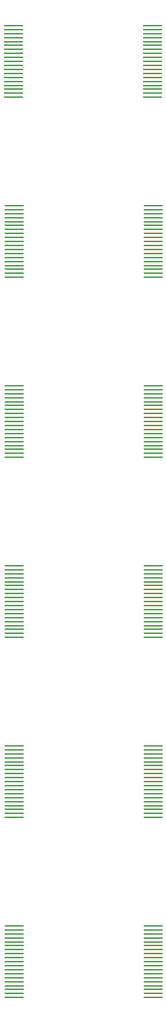
<source format=gbr>
%TF.GenerationSoftware,KiCad,Pcbnew,6.0.7-1.fc36*%
%TF.CreationDate,2022-07-28T17:35:04+01:00*%
%TF.ProjectId,pc070_aida_hdmi_rpc_hdmi,70633037-305f-4616-9964-615f68646d69,rev?*%
%TF.SameCoordinates,Original*%
%TF.FileFunction,Paste,Top*%
%TF.FilePolarity,Positive*%
%FSLAX46Y46*%
G04 Gerber Fmt 4.6, Leading zero omitted, Abs format (unit mm)*
G04 Created by KiCad (PCBNEW 6.0.7-1.fc36) date 2022-07-28 17:35:04*
%MOMM*%
%LPD*%
G01*
G04 APERTURE LIST*
%ADD10R,2.350000X0.280000*%
G04 APERTURE END LIST*
D10*
%TO.C,J2*%
X98675000Y-53985000D03*
X98675000Y-54485000D03*
X98675000Y-54985000D03*
X98675000Y-55485000D03*
X98675000Y-55985000D03*
X98675000Y-56485000D03*
X98675000Y-56985000D03*
X98675000Y-57485000D03*
X98675000Y-57985000D03*
X98675000Y-58485000D03*
X98675000Y-58985000D03*
X98675000Y-59485000D03*
X98675000Y-59985000D03*
X98675000Y-60485000D03*
X98675000Y-60985000D03*
X98675000Y-61485000D03*
X98675000Y-61985000D03*
X98675000Y-62485000D03*
X98675000Y-62985000D03*
%TD*%
%TO.C,J9*%
X81325000Y-153409000D03*
X81325000Y-152909000D03*
X81325000Y-152409000D03*
X81325000Y-151909000D03*
X81325000Y-151409000D03*
X81325000Y-150909000D03*
X81325000Y-150409000D03*
X81325000Y-149909000D03*
X81325000Y-149409000D03*
X81325000Y-148909000D03*
X81325000Y-148409000D03*
X81325000Y-147909000D03*
X81325000Y-147409000D03*
X81325000Y-146909000D03*
X81325000Y-146409000D03*
X81325000Y-145909000D03*
X81325000Y-145409000D03*
X81325000Y-144909000D03*
X81325000Y-144409000D03*
%TD*%
%TO.C,J8*%
X98765000Y-121803000D03*
X98765000Y-122303000D03*
X98765000Y-122803000D03*
X98765000Y-123303000D03*
X98765000Y-123803000D03*
X98765000Y-124303000D03*
X98765000Y-124803000D03*
X98765000Y-125303000D03*
X98765000Y-125803000D03*
X98765000Y-126303000D03*
X98765000Y-126803000D03*
X98765000Y-127303000D03*
X98765000Y-127803000D03*
X98765000Y-128303000D03*
X98765000Y-128803000D03*
X98765000Y-129303000D03*
X98765000Y-129803000D03*
X98765000Y-130303000D03*
X98765000Y-130803000D03*
%TD*%
%TO.C,J6*%
X98765000Y-99197000D03*
X98765000Y-99697000D03*
X98765000Y-100197000D03*
X98765000Y-100697000D03*
X98765000Y-101197000D03*
X98765000Y-101697000D03*
X98765000Y-102197000D03*
X98765000Y-102697000D03*
X98765000Y-103197000D03*
X98765000Y-103697000D03*
X98765000Y-104197000D03*
X98765000Y-104697000D03*
X98765000Y-105197000D03*
X98765000Y-105697000D03*
X98765000Y-106197000D03*
X98765000Y-106697000D03*
X98765000Y-107197000D03*
X98765000Y-107697000D03*
X98765000Y-108197000D03*
%TD*%
%TO.C,J12*%
X98765000Y-167015000D03*
X98765000Y-167515000D03*
X98765000Y-168015000D03*
X98765000Y-168515000D03*
X98765000Y-169015000D03*
X98765000Y-169515000D03*
X98765000Y-170015000D03*
X98765000Y-170515000D03*
X98765000Y-171015000D03*
X98765000Y-171515000D03*
X98765000Y-172015000D03*
X98765000Y-172515000D03*
X98765000Y-173015000D03*
X98765000Y-173515000D03*
X98765000Y-174015000D03*
X98765000Y-174515000D03*
X98765000Y-175015000D03*
X98765000Y-175515000D03*
X98765000Y-176015000D03*
%TD*%
%TO.C,J3*%
X81325000Y-85591000D03*
X81325000Y-85091000D03*
X81325000Y-84591000D03*
X81325000Y-84091000D03*
X81325000Y-83591000D03*
X81325000Y-83091000D03*
X81325000Y-82591000D03*
X81325000Y-82091000D03*
X81325000Y-81591000D03*
X81325000Y-81091000D03*
X81325000Y-80591000D03*
X81325000Y-80091000D03*
X81325000Y-79591000D03*
X81325000Y-79091000D03*
X81325000Y-78591000D03*
X81325000Y-78091000D03*
X81325000Y-77591000D03*
X81325000Y-77091000D03*
X81325000Y-76591000D03*
%TD*%
%TO.C,J1*%
X81235000Y-62985000D03*
X81235000Y-62485000D03*
X81235000Y-61985000D03*
X81235000Y-61485000D03*
X81235000Y-60985000D03*
X81235000Y-60485000D03*
X81235000Y-59985000D03*
X81235000Y-59485000D03*
X81235000Y-58985000D03*
X81235000Y-58485000D03*
X81235000Y-57985000D03*
X81235000Y-57485000D03*
X81235000Y-56985000D03*
X81235000Y-56485000D03*
X81235000Y-55985000D03*
X81235000Y-55485000D03*
X81235000Y-54985000D03*
X81235000Y-54485000D03*
X81235000Y-53985000D03*
%TD*%
%TO.C,J7*%
X81325000Y-130803000D03*
X81325000Y-130303000D03*
X81325000Y-129803000D03*
X81325000Y-129303000D03*
X81325000Y-128803000D03*
X81325000Y-128303000D03*
X81325000Y-127803000D03*
X81325000Y-127303000D03*
X81325000Y-126803000D03*
X81325000Y-126303000D03*
X81325000Y-125803000D03*
X81325000Y-125303000D03*
X81325000Y-124803000D03*
X81325000Y-124303000D03*
X81325000Y-123803000D03*
X81325000Y-123303000D03*
X81325000Y-122803000D03*
X81325000Y-122303000D03*
X81325000Y-121803000D03*
%TD*%
%TO.C,J11*%
X81325000Y-176015000D03*
X81325000Y-175515000D03*
X81325000Y-175015000D03*
X81325000Y-174515000D03*
X81325000Y-174015000D03*
X81325000Y-173515000D03*
X81325000Y-173015000D03*
X81325000Y-172515000D03*
X81325000Y-172015000D03*
X81325000Y-171515000D03*
X81325000Y-171015000D03*
X81325000Y-170515000D03*
X81325000Y-170015000D03*
X81325000Y-169515000D03*
X81325000Y-169015000D03*
X81325000Y-168515000D03*
X81325000Y-168015000D03*
X81325000Y-167515000D03*
X81325000Y-167015000D03*
%TD*%
%TO.C,J4*%
X98765000Y-76591000D03*
X98765000Y-77091000D03*
X98765000Y-77591000D03*
X98765000Y-78091000D03*
X98765000Y-78591000D03*
X98765000Y-79091000D03*
X98765000Y-79591000D03*
X98765000Y-80091000D03*
X98765000Y-80591000D03*
X98765000Y-81091000D03*
X98765000Y-81591000D03*
X98765000Y-82091000D03*
X98765000Y-82591000D03*
X98765000Y-83091000D03*
X98765000Y-83591000D03*
X98765000Y-84091000D03*
X98765000Y-84591000D03*
X98765000Y-85091000D03*
X98765000Y-85591000D03*
%TD*%
%TO.C,J10*%
X98765000Y-144409000D03*
X98765000Y-144909000D03*
X98765000Y-145409000D03*
X98765000Y-145909000D03*
X98765000Y-146409000D03*
X98765000Y-146909000D03*
X98765000Y-147409000D03*
X98765000Y-147909000D03*
X98765000Y-148409000D03*
X98765000Y-148909000D03*
X98765000Y-149409000D03*
X98765000Y-149909000D03*
X98765000Y-150409000D03*
X98765000Y-150909000D03*
X98765000Y-151409000D03*
X98765000Y-151909000D03*
X98765000Y-152409000D03*
X98765000Y-152909000D03*
X98765000Y-153409000D03*
%TD*%
%TO.C,J5*%
X81325000Y-108197000D03*
X81325000Y-107697000D03*
X81325000Y-107197000D03*
X81325000Y-106697000D03*
X81325000Y-106197000D03*
X81325000Y-105697000D03*
X81325000Y-105197000D03*
X81325000Y-104697000D03*
X81325000Y-104197000D03*
X81325000Y-103697000D03*
X81325000Y-103197000D03*
X81325000Y-102697000D03*
X81325000Y-102197000D03*
X81325000Y-101697000D03*
X81325000Y-101197000D03*
X81325000Y-100697000D03*
X81325000Y-100197000D03*
X81325000Y-99697000D03*
X81325000Y-99197000D03*
%TD*%
M02*

</source>
